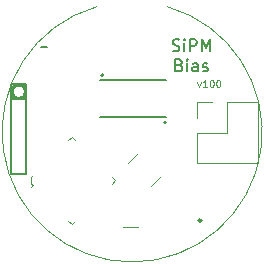
<source format=gbr>
G04 #@! TF.GenerationSoftware,KiCad,Pcbnew,6.0.0-rc1-unknown-bb2e402~84~ubuntu18.04.1*
G04 #@! TF.CreationDate,2019-10-28T15:28:56-04:00
G04 #@! TF.ProjectId,apd,6170642e-6b69-4636-9164-5f7063625858,rev?*
G04 #@! TF.SameCoordinates,Original*
G04 #@! TF.FileFunction,Legend,Top*
G04 #@! TF.FilePolarity,Positive*
%FSLAX46Y46*%
G04 Gerber Fmt 4.6, Leading zero omitted, Abs format (unit mm)*
G04 Created by KiCad (PCBNEW 6.0.0-rc1-unknown-bb2e402~84~ubuntu18.04.1) date Mon 28 Oct 2019 03:28:56 PM EDT*
%MOMM*%
%LPD*%
G04 APERTURE LIST*
%ADD10C,0.100000*%
%ADD11C,0.200000*%
%ADD12C,0.120000*%
%ADD13C,0.127000*%
%ADD14C,0.150000*%
%ADD15C,0.250000*%
%ADD16C,0.152400*%
G04 APERTURE END LIST*
D10*
X205510000Y-95811428D02*
X205652857Y-96211428D01*
X205795714Y-95811428D01*
X206338571Y-96211428D02*
X205995714Y-96211428D01*
X206167142Y-96211428D02*
X206167142Y-95611428D01*
X206110000Y-95697142D01*
X206052857Y-95754285D01*
X205995714Y-95782857D01*
X206710000Y-95611428D02*
X206767142Y-95611428D01*
X206824285Y-95640000D01*
X206852857Y-95668571D01*
X206881428Y-95725714D01*
X206910000Y-95840000D01*
X206910000Y-95982857D01*
X206881428Y-96097142D01*
X206852857Y-96154285D01*
X206824285Y-96182857D01*
X206767142Y-96211428D01*
X206710000Y-96211428D01*
X206652857Y-96182857D01*
X206624285Y-96154285D01*
X206595714Y-96097142D01*
X206567142Y-95982857D01*
X206567142Y-95840000D01*
X206595714Y-95725714D01*
X206624285Y-95668571D01*
X206652857Y-95640000D01*
X206710000Y-95611428D01*
X207281428Y-95611428D02*
X207338571Y-95611428D01*
X207395714Y-95640000D01*
X207424285Y-95668571D01*
X207452857Y-95725714D01*
X207481428Y-95840000D01*
X207481428Y-95982857D01*
X207452857Y-96097142D01*
X207424285Y-96154285D01*
X207395714Y-96182857D01*
X207338571Y-96211428D01*
X207281428Y-96211428D01*
X207224285Y-96182857D01*
X207195714Y-96154285D01*
X207167142Y-96097142D01*
X207138571Y-95982857D01*
X207138571Y-95840000D01*
X207167142Y-95725714D01*
X207195714Y-95668571D01*
X207224285Y-95640000D01*
X207281428Y-95611428D01*
D11*
X203424761Y-93114761D02*
X203567619Y-93162380D01*
X203805714Y-93162380D01*
X203900952Y-93114761D01*
X203948571Y-93067142D01*
X203996190Y-92971904D01*
X203996190Y-92876666D01*
X203948571Y-92781428D01*
X203900952Y-92733809D01*
X203805714Y-92686190D01*
X203615238Y-92638571D01*
X203520000Y-92590952D01*
X203472380Y-92543333D01*
X203424761Y-92448095D01*
X203424761Y-92352857D01*
X203472380Y-92257619D01*
X203520000Y-92210000D01*
X203615238Y-92162380D01*
X203853333Y-92162380D01*
X203996190Y-92210000D01*
X204424761Y-93162380D02*
X204424761Y-92495714D01*
X204424761Y-92162380D02*
X204377142Y-92210000D01*
X204424761Y-92257619D01*
X204472380Y-92210000D01*
X204424761Y-92162380D01*
X204424761Y-92257619D01*
X204900952Y-93162380D02*
X204900952Y-92162380D01*
X205281904Y-92162380D01*
X205377142Y-92210000D01*
X205424761Y-92257619D01*
X205472380Y-92352857D01*
X205472380Y-92495714D01*
X205424761Y-92590952D01*
X205377142Y-92638571D01*
X205281904Y-92686190D01*
X204900952Y-92686190D01*
X205900952Y-93162380D02*
X205900952Y-92162380D01*
X206234285Y-92876666D01*
X206567619Y-92162380D01*
X206567619Y-93162380D01*
X203996190Y-94338571D02*
X204139047Y-94386190D01*
X204186666Y-94433809D01*
X204234285Y-94529047D01*
X204234285Y-94671904D01*
X204186666Y-94767142D01*
X204139047Y-94814761D01*
X204043809Y-94862380D01*
X203662857Y-94862380D01*
X203662857Y-93862380D01*
X203996190Y-93862380D01*
X204091428Y-93910000D01*
X204139047Y-93957619D01*
X204186666Y-94052857D01*
X204186666Y-94148095D01*
X204139047Y-94243333D01*
X204091428Y-94290952D01*
X203996190Y-94338571D01*
X203662857Y-94338571D01*
X204662857Y-94862380D02*
X204662857Y-94195714D01*
X204662857Y-93862380D02*
X204615238Y-93910000D01*
X204662857Y-93957619D01*
X204710476Y-93910000D01*
X204662857Y-93862380D01*
X204662857Y-93957619D01*
X205567619Y-94862380D02*
X205567619Y-94338571D01*
X205520000Y-94243333D01*
X205424761Y-94195714D01*
X205234285Y-94195714D01*
X205139047Y-94243333D01*
X205567619Y-94814761D02*
X205472380Y-94862380D01*
X205234285Y-94862380D01*
X205139047Y-94814761D01*
X205091428Y-94719523D01*
X205091428Y-94624285D01*
X205139047Y-94529047D01*
X205234285Y-94481428D01*
X205472380Y-94481428D01*
X205567619Y-94433809D01*
X205996190Y-94814761D02*
X206091428Y-94862380D01*
X206281904Y-94862380D01*
X206377142Y-94814761D01*
X206424761Y-94719523D01*
X206424761Y-94671904D01*
X206377142Y-94576666D01*
X206281904Y-94529047D01*
X206139047Y-94529047D01*
X206043809Y-94481428D01*
X205996190Y-94386190D01*
X205996190Y-94338571D01*
X206043809Y-94243333D01*
X206139047Y-94195714D01*
X206281904Y-94195714D01*
X206377142Y-94243333D01*
D12*
X203010749Y-89407366D02*
G75*
G02X196980000Y-89410000I-3010749J-10592634D01*
G01*
X205470000Y-97450000D02*
X206800000Y-97450000D01*
X205470000Y-98780000D02*
X205470000Y-97450000D01*
X208070000Y-97450000D02*
X210670000Y-97450000D01*
X208070000Y-100050000D02*
X208070000Y-97450000D01*
X205470000Y-100050000D02*
X208070000Y-100050000D01*
X210670000Y-97450000D02*
X210670000Y-102650000D01*
X205470000Y-100050000D02*
X205470000Y-102650000D01*
X205470000Y-102650000D02*
X210670000Y-102650000D01*
D13*
X197300000Y-95630000D02*
X202900000Y-95630000D01*
X197300000Y-98770000D02*
X202900000Y-98770000D01*
D11*
X197575000Y-95200000D02*
G75*
G03X197575000Y-95200000I-100000J0D01*
G01*
X202875000Y-99200000D02*
G75*
G03X202875000Y-99200000I-100000J0D01*
G01*
D14*
X189775000Y-103580000D02*
X189775000Y-95960000D01*
X189775000Y-95960000D02*
X191045000Y-95960000D01*
X191045000Y-95960000D02*
X191045000Y-103580000D01*
X191045000Y-103580000D02*
X189775000Y-103580000D01*
X190948815Y-96595000D02*
G75*
G03X190948815Y-96595000I-538815J0D01*
G01*
X189902000Y-97230000D02*
X189902000Y-96087000D01*
X189902000Y-96087000D02*
X190918000Y-96087000D01*
X190918000Y-96087000D02*
X190918000Y-97230000D01*
X190918000Y-97230000D02*
X189902000Y-97230000D01*
X189902000Y-97103000D02*
X190918000Y-97103000D01*
D10*
X191620443Y-103682423D02*
X191479022Y-103823845D01*
X191479022Y-103823845D02*
X191479022Y-104389530D01*
X191479022Y-104389530D02*
X191620443Y-104530952D01*
X191620443Y-104530952D02*
X191479022Y-104672373D01*
X195155977Y-107500800D02*
X194873134Y-107783643D01*
X194873134Y-107783643D02*
X194590292Y-107500800D01*
X194873134Y-100429732D02*
X194590292Y-100712575D01*
X194873134Y-100429732D02*
X195155977Y-100712575D01*
X198267247Y-103823845D02*
X198550090Y-104106687D01*
X198550090Y-104106687D02*
X198267247Y-104389530D01*
D15*
X205865000Y-107490000D02*
G75*
G03X205865000Y-107490000I-125000J0D01*
G01*
D12*
X199240000Y-108041000D02*
X200540000Y-108041000D01*
X201600942Y-104577389D02*
X202452389Y-103725942D01*
X199677611Y-102654058D02*
X200529058Y-101802611D01*
D16*
X192828462Y-92793000D02*
X192263000Y-92793000D01*
M02*

</source>
